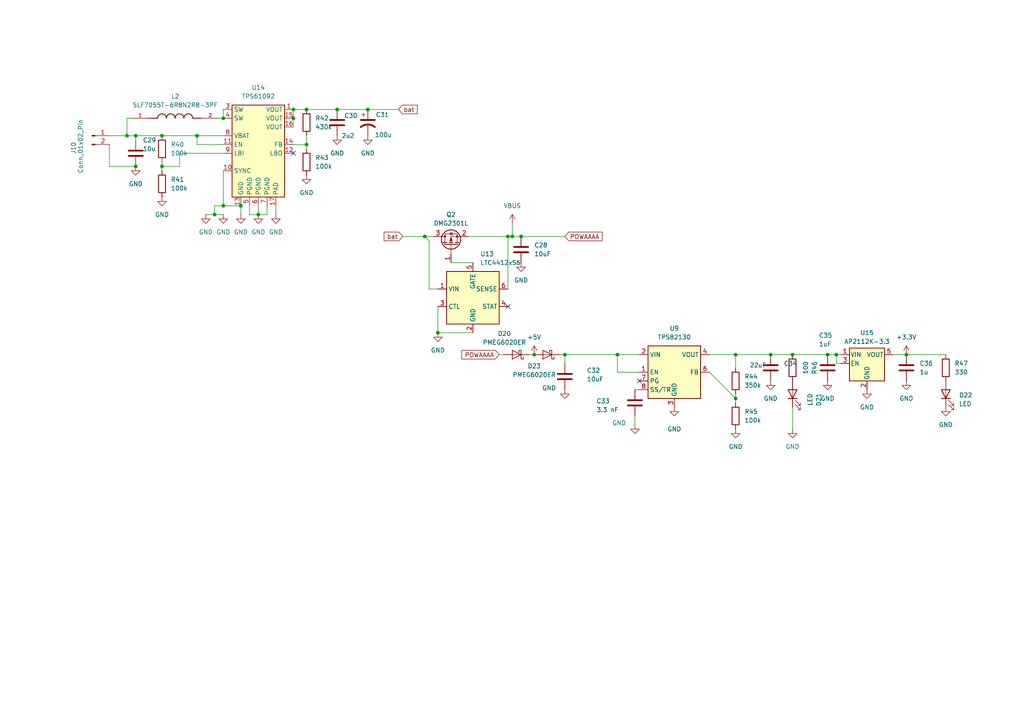
<source format=kicad_sch>
(kicad_sch (version 20250114) (generator "eeschema") (generator_version "9.0")
  (paper "A4")
  (lib_symbols
    (symbol "Connector:Conn_01x02_Pin" (pin_names (offset 1.016) (hide yes))
      (property "Reference" "J" (at 0 2.54 0))
      (property "Value" "Conn_01x02_Pin" (at 0 -5.08 0))
      (symbol "Conn_01x02_Pin_1_1"
        (rectangle (start 0.8636 0.127) (end 0 -0.127) (stroke (width 0.1524)) (fill (type outline)))
        (rectangle (start 0.8636 -2.413) (end 0 -2.667) (stroke (width 0.1524)) (fill (type outline)))
        (polyline (pts (xy 1.27 0) (xy 0.8636 0)) (stroke (width 0.1524)))
        (polyline (pts (xy 1.27 -2.54) (xy 0.8636 -2.54)) (stroke (width 0.1524)))
        (pin passive line (at 5.08 0 180) (length 3.81) (name "Pin_1") (number "1"))
        (pin passive line (at 5.08 -2.54 180) (length 3.81) (name "Pin_2") (number "2"))
      )
    )
    (symbol "Device:C" (pin_numbers (hide yes)) (pin_names (offset 0.254))
      (property "Reference" "C" (at 0.635 2.54 0))
      (property "Value" "C" (at 0.635 -2.54 0))
      (symbol "C_0_1"
        (polyline (pts (xy -2.032 0.762) (xy 2.032 0.762)) (stroke (width 0.508)))
        (polyline (pts (xy -2.032 -0.762) (xy 2.032 -0.762)) (stroke (width 0.508)))
      )
      (symbol "C_1_1"
        (pin passive line (at 0 3.81 270) (length 2.794) (name "~") (number "1"))
        (pin passive line (at 0 -3.81 90) (length 2.794) (name "~") (number "2"))
      )
    )
    (symbol "Device:C_Polarized_US" (pin_numbers (hide yes)) (pin_names (offset 0.254) (hide yes))
      (property "Reference" "C" (at 0.635 2.54 0))
      (property "Value" "C_Polarized_US" (at 0.635 -2.54 0))
      (symbol "C_Polarized_US_0_1"
        (polyline (pts (xy -2.032 0.762) (xy 2.032 0.762)) (stroke (width 0.508)))
        (polyline (pts (xy -1.778 2.286) (xy -0.762 2.286)))
        (polyline (pts (xy -1.27 1.778) (xy -1.27 2.794)))
        (arc (start -2.032 -1.27) (mid 0 -0.5572) (end 2.032 -1.27) (stroke (width 0.508)))
      )
      (symbol "C_Polarized_US_1_1"
        (pin passive line (at 0 3.81 270) (length 2.794) (name "~") (number "1"))
        (pin passive line (at 0 -3.81 90) (length 3.302) (name "~") (number "2"))
      )
    )
    (symbol "Device:LED" (pin_numbers (hide yes)) (pin_names (offset 1.016) (hide yes))
      (property "Reference" "D" (at 0 2.54 0))
      (property "Value" "LED" (at 0 -2.54 0))
      (symbol "LED_0_1"
        (polyline (pts (xy -3.048 -0.762) (xy -4.572 -2.286) (xy -3.81 -2.286) (xy -4.572 -2.286) (xy -4.572 -1.524)))
        (polyline (pts (xy -1.778 -0.762) (xy -3.302 -2.286) (xy -2.54 -2.286) (xy -3.302 -2.286) (xy -3.302 -1.524)))
        (polyline (pts (xy -1.27 0) (xy 1.27 0)))
        (polyline (pts (xy -1.27 -1.27) (xy -1.27 1.27)) (stroke (width 0.254)))
        (polyline (pts (xy 1.27 -1.27) (xy 1.27 1.27) (xy -1.27 0) (xy 1.27 -1.27)) (stroke (width 0.254)))
      )
      (symbol "LED_1_1"
        (pin passive line (at -3.81 0 0) (length 2.54) (name "K") (number "1"))
        (pin passive line (at 3.81 0 180) (length 2.54) (name "A") (number "2"))
      )
    )
    (symbol "Device:R" (pin_numbers (hide yes)) (pin_names (offset 0))
      (property "Reference" "R" (at 2.032 0 90))
      (property "Value" "R" (at 0 0 90))
      (symbol "R_0_1"
        (rectangle (start -1.016 -2.54) (end 1.016 2.54) (stroke (width 0.254)))
      )
      (symbol "R_1_1"
        (pin passive line (at 0 3.81 270) (length 1.27) (name "~") (number "1"))
        (pin passive line (at 0 -3.81 90) (length 1.27) (name "~") (number "2"))
      )
    )
    (symbol "Diode:PMEG6020ER" (pin_numbers (hide yes)) (pin_names (hide yes))
      (property "Reference" "D" (at 0 2.54 0))
      (property "Value" "PMEG6020ER" (at 0 -2.54 0))
      (symbol "PMEG6020ER_0_1"
        (polyline (pts (xy -1.905 0.635) (xy -1.905 1.27) (xy -1.27 1.27) (xy -1.27 -1.27) (xy -0.635 -1.27) (xy -0.635 -0.635)) (stroke (width 0.2032)))
        (polyline (pts (xy 1.27 1.27) (xy 1.27 -1.27) (xy -1.27 0) (xy 1.27 1.27)) (stroke (width 0.2032)))
        (polyline (pts (xy 1.27 0) (xy -1.27 0)))
      )
      (symbol "PMEG6020ER_1_1"
        (pin passive line (at -3.81 0 0) (length 2.54) (name "K") (number "1"))
        (pin passive line (at 3.81 0 180) (length 2.54) (name "A") (number "2"))
      )
    )
    (symbol "Power_Management:LTC4412xS6"
      (property "Reference" "U" (at -6.35 8.89 0))
      (property "Value" "LTC4412xS6" (at 6.35 8.89 0))
      (symbol "LTC4412xS6_0_1"
        (rectangle (start -7.62 7.62) (end 7.62 -7.62) (stroke (width 0.254)) (fill (type background)))
      )
      (symbol "LTC4412xS6_1_1"
        (pin power_in line (at -10.16 2.54 0) (length 2.54) (name "VIN") (number "1"))
        (pin input line (at -10.16 -2.54 0) (length 2.54) (name "CTL") (number "3"))
        (pin output line (at 0 10.16 270) (length 2.54) (name "GATE") (number "5"))
        (pin power_in line (at 0 -10.16 90) (length 2.54) (name "GND") (number "2"))
        (pin input line (at 10.16 2.54 180) (length 2.54) (name "SENSE") (number "6"))
        (pin open_collector line (at 10.16 -2.54 180) (length 2.54) (name "STAT") (number "4"))
      )
    )
    (symbol "Regulator_Linear:AP2112K-3.3" (pin_names (offset 0.254))
      (property "Reference" "U" (at -5.08 5.715 0))
      (property "Value" "AP2112K-3.3" (at 0 5.715 0))
      (symbol "AP2112K-3.3_0_1"
        (rectangle (start -5.08 4.445) (end 5.08 -5.08) (stroke (width 0.254)) (fill (type background)))
      )
      (symbol "AP2112K-3.3_1_1"
        (pin power_in line (at -7.62 2.54 0) (length 2.54) (name "VIN") (number "1"))
        (pin input line (at -7.62 0 0) (length 2.54) (name "EN") (number "3"))
        (pin power_in line (at 0 -7.62 90) (length 2.54) (name "GND") (number "2"))
        (pin no_connect line (at 5.08 0 180) (length 2.54) (hide yes) (name "NC") (number "4"))
        (pin power_out line (at 7.62 2.54 180) (length 2.54) (name "VOUT") (number "5"))
      )
    )
    (symbol "Regulator_Switching:TPS61092"
      (property "Reference" "U" (at -7.62 15.24 0))
      (property "Value" "TPS61092" (at 1.27 15.24 0))
      (symbol "TPS61092_0_0"
        (pin passive line (at -10.16 12.7 0) (length 2.54) (name "SW") (number "3"))
        (pin passive line (at -10.16 10.16 0) (length 2.54) (name "SW") (number "4"))
        (pin power_in line (at -10.16 5.08 0) (length 2.54) (name "VBAT") (number "8"))
        (pin input line (at -10.16 2.54 0) (length 2.54) (name "EN") (number "11"))
        (pin input line (at -10.16 0 0) (length 2.54) (name "LBI") (number "9"))
        (pin input line (at -10.16 -5.08 0) (length 2.54) (name "SYNC") (number "10"))
        (pin power_in line (at -5.08 -15.24 90) (length 2.54) (name "GND") (number "13"))
        (pin power_in line (at -2.54 -15.24 90) (length 2.54) (name "PGND") (number "5"))
        (pin power_in line (at 0 -15.24 90) (length 2.54) (name "PGND") (number "6"))
        (pin power_in line (at 2.54 -15.24 90) (length 2.54) (name "PGND") (number "7"))
        (pin power_in line (at 5.08 -15.24 90) (length 2.54) (name "PAD") (number "17"))
        (pin power_out line (at 10.16 12.7 180) (length 2.54) (name "VOUT") (number "1"))
        (pin passive line (at 10.16 10.16 180) (length 2.54) (name "VOUT") (number "15"))
        (pin passive line (at 10.16 7.62 180) (length 2.54) (name "VOUT") (number "16"))
        (pin input line (at 10.16 2.54 180) (length 2.54) (name "FB") (number "14"))
        (pin open_collector line (at 10.16 0 180) (length 2.54) (name "LBO") (number "12"))
        (pin no_connect line (at 10.16 -5.08 180) (length 2.54) (hide yes) (name "NC") (number "2"))
      )
      (symbol "TPS61092_0_1"
        (rectangle (start -7.62 13.97) (end 7.62 -12.7) (stroke (width 0.254)) (fill (type background)))
      )
    )
    (symbol "Regulator_Switching:TPS82130"
      (property "Reference" "U" (at 1.27 11.43 0))
      (property "Value" "TPS82130" (at 5.08 8.89 0))
      (symbol "TPS82130_0_1"
        (rectangle (start -7.62 7.62) (end 7.62 -7.62) (stroke (width 0.254)) (fill (type background)))
      )
      (symbol "TPS82130_1_1"
        (pin power_in line (at -10.16 5.08 0) (length 2.54) (name "VIN") (number "2"))
        (pin input line (at -10.16 0 0) (length 2.54) (name "EN") (number "1"))
        (pin open_collector line (at -10.16 -2.54 0) (length 2.54) (name "PG") (number "7"))
        (pin input line (at -10.16 -5.08 0) (length 2.54) (name "SS/TR") (number "8"))
        (pin power_in line (at 0 -10.16 90) (length 2.54) (name "GND") (number "3"))
        (pin passive line (at 0 -10.16 90) (length 2.54) (hide yes) (name "GND") (number "9"))
        (pin power_out line (at 10.16 5.08 180) (length 2.54) (name "VOUT") (number "4"))
        (pin passive line (at 10.16 5.08 180) (length 2.54) (hide yes) (name "VOUT") (number "5"))
        (pin input line (at 10.16 0 180) (length 2.54) (name "FB") (number "6"))
      )
    )
    (symbol "SLF7055T-6R8N2R8-3PF[1]:SLF7055T-6R8N2R8-3PF" (pin_names (offset 1.016))
      (property "Reference" "L" (at -10.16 5.08 0))
      (property "Value" "SLF7055T-6R8N2R8-3PF" (at -10.16 -5.08 0))
      (symbol "SLF7055T-6R8N2R8-3PF_0_0"
        (polyline (pts (xy -5.08 0) (xy -7.62 0)) (stroke (width 0.254)))
        (arc (start -5.08 0) (mid -3.81 1.2645) (end -2.54 0) (stroke (width 0.254)))
        (arc (start -2.54 0) (mid -1.27 1.2645) (end 0 0) (stroke (width 0.254)))
        (arc (start 0 0) (mid 1.27 1.2645) (end 2.54 0) (stroke (width 0.254)))
        (arc (start 2.54 0) (mid 3.81 1.2645) (end 5.08 0) (stroke (width 0.254)))
        (polyline (pts (xy 5.08 0) (xy 7.62 0)) (stroke (width 0.254)))
        (pin passive line (at -12.7 0 0) (length 5.08) (name "~") (number "1"))
        (pin passive line (at 12.7 0 180) (length 5.08) (name "~") (number "2"))
      )
    )
    (symbol "Transistor_FET:DMG2301L" (pin_names (hide yes))
      (property "Reference" "Q" (at 5.08 1.905 0))
      (property "Value" "DMG2301L" (at 5.08 0 0))
      (symbol "DMG2301L_0_1"
        (polyline (pts (xy 0.254 1.905) (xy 0.254 -1.905)) (stroke (width 0.254)))
        (polyline (pts (xy 0.254 0) (xy -2.54 0)))
        (polyline (pts (xy 0.762 2.286) (xy 0.762 1.27)) (stroke (width 0.254)))
        (polyline (pts (xy 0.762 1.778) (xy 3.302 1.778) (xy 3.302 -1.778) (xy 0.762 -1.778)))
        (polyline (pts (xy 0.762 0.508) (xy 0.762 -0.508)) (stroke (width 0.254)))
        (polyline (pts (xy 0.762 -1.27) (xy 0.762 -2.286)) (stroke (width 0.254)))
        (circle (center 1.651 0) (radius 2.794) (stroke (width 0.254)))
        (polyline (pts (xy 2.286 0) (xy 1.27 0.381) (xy 1.27 -0.381) (xy 2.286 0)) (fill (type outline)))
        (polyline (pts (xy 2.54 2.54) (xy 2.54 1.778)))
        (circle (center 2.54 1.778) (radius 0.254) (fill (type outline)))
        (circle (center 2.54 -1.778) (radius 0.254) (fill (type outline)))
        (polyline (pts (xy 2.54 -2.54) (xy 2.54 0) (xy 0.762 0)))
        (polyline (pts (xy 2.794 -0.508) (xy 2.921 -0.381) (xy 3.683 -0.381) (xy 3.81 -0.254)))
        (polyline (pts (xy 3.302 -0.381) (xy 2.921 0.254) (xy 3.683 0.254) (xy 3.302 -0.381)))
      )
      (symbol "DMG2301L_1_1"
        (pin input line (at -5.08 0 0) (length 2.54) (name "G") (number "1"))
        (pin passive line (at 2.54 5.08 270) (length 2.54) (name "D") (number "3"))
        (pin passive line (at 2.54 -5.08 90) (length 2.54) (name "S") (number "2"))
      )
    )
    (symbol "power:+3.3V" (power) (pin_numbers (hide yes)) (pin_names (offset 0) (hide yes))
      (property "Value" "+3.3V" (at 0 3.556 0))
      (symbol "+3.3V_0_1"
        (polyline (pts (xy -0.762 1.27) (xy 0 2.54)))
        (polyline (pts (xy 0 2.54) (xy 0.762 1.27)))
        (polyline (pts (xy 0 0) (xy 0 2.54)))
      )
      (symbol "+3.3V_1_1"
        (pin power_in line (at 0 0 90) (length 0) (name "~") (number "1"))
      )
    )
    (symbol "power:+5V" (power) (pin_numbers (hide yes)) (pin_names (offset 0) (hide yes))
      (property "Value" "+5V" (at 0 3.556 0))
      (symbol "+5V_0_1"
        (polyline (pts (xy -0.762 1.27) (xy 0 2.54)))
        (polyline (pts (xy 0 2.54) (xy 0.762 1.27)))
        (polyline (pts (xy 0 0) (xy 0 2.54)))
      )
      (symbol "+5V_1_1"
        (pin power_in line (at 0 0 90) (length 0) (name "~") (number "1"))
      )
    )
    (symbol "power:GND" (power) (pin_numbers (hide yes)) (pin_names (offset 0) (hide yes))
      (property "Value" "GND" (at 0 -3.81 0))
      (symbol "GND_0_1"
        (polyline (pts (xy 0 0) (xy 0 -1.27) (xy 1.27 -1.27) (xy 0 -2.54) (xy -1.27 -1.27) (xy 0 -1.27)))
      )
      (symbol "GND_1_1"
        (pin power_in line (at 0 0 270) (length 0) (name "~") (number "1"))
      )
    )
    (symbol "power:VBUS" (power) (pin_numbers (hide yes)) (pin_names (offset 0) (hide yes))
      (property "Value" "VBUS" (at 0 3.556 0))
      (symbol "VBUS_0_1"
        (polyline (pts (xy -0.762 1.27) (xy 0 2.54)))
        (polyline (pts (xy 0 2.54) (xy 0.762 1.27)))
        (polyline (pts (xy 0 0) (xy 0 2.54)))
      )
      (symbol "VBUS_1_1"
        (pin power_in line (at 0 0 90) (length 0) (name "~") (number "1"))
      )
    )
  )
  (junction (at 97.79 31.75))
  (junction (at 46.99 48.26))
  (junction (at 213.36 102.87))
  (junction (at 36.83 39.37))
  (junction (at 179.07 102.87))
  (junction (at 127 96.52))
  (junction (at 242.57 102.87))
  (junction (at 106.68 31.75))
  (junction (at 85.09 31.75))
  (junction (at 62.23 62.23))
  (junction (at 46.99 39.37))
  (junction (at 229.87 102.87))
  (junction (at 39.37 39.37))
  (junction (at 88.9 31.75))
  (junction (at 123.19 68.58))
  (junction (at 74.93 62.23))
  (junction (at 88.9 41.91))
  (junction (at 69.85 59.69))
  (junction (at 240.03 102.87))
  (junction (at 154.94 102.87))
  (junction (at 57.15 39.37))
  (junction (at 151.13 68.58))
  (junction (at 85.09 34.29))
  (junction (at 213.36 115.57))
  (junction (at 223.52 102.87))
  (junction (at 64.77 59.69))
  (junction (at 262.89 102.87))
  (junction (at 163.83 102.87))
  (junction (at 147.32 68.58))
  (junction (at 39.37 48.26))
  (junction (at 64.77 34.29))
  (junction (at 148.59 68.58))
  (no_connect (at 147.32 88.9))
  (no_connect (at 185.42 110.49))
  (no_connect (at 85.09 44.45))
  (wire (pts (xy 80.01 62.23) (xy 80.01 59.69)))
  (wire (pts (xy 213.36 106.68) (xy 213.36 102.87)))
  (wire (pts (xy 39.37 39.37) (xy 46.99 39.37)))
  (wire (pts (xy 213.36 102.87) (xy 223.52 102.87)))
  (wire (pts (xy 153.67 102.87) (xy 154.94 102.87)))
  (wire (pts (xy 163.83 105.41) (xy 163.83 102.87)))
  (wire (pts (xy 62.23 59.69) (xy 64.77 59.69)))
  (wire (pts (xy 205.74 102.87) (xy 213.36 102.87)))
  (wire (pts (xy 36.83 34.29) (xy 36.83 39.37)))
  (wire (pts (xy 259.08 102.87) (xy 262.89 102.87)))
  (wire (pts (xy 88.9 43.18) (xy 88.9 41.91)))
  (wire (pts (xy 130.81 76.2) (xy 137.16 76.2)))
  (wire (pts (xy 52.07 44.45) (xy 52.07 48.26)))
  (wire (pts (xy 127 96.52) (xy 137.16 96.52)))
  (wire (pts (xy 184.15 113.03) (xy 185.42 113.03)))
  (wire (pts (xy 77.47 62.23) (xy 77.47 59.69)))
  (wire (pts (xy 106.68 31.75) (xy 115.57 31.75)))
  (wire (pts (xy 64.77 59.69) (xy 69.85 59.69)))
  (wire (pts (xy 184.15 120.65) (xy 184.15 123.19)))
  (wire (pts (xy 85.09 34.29) (xy 85.09 36.83)))
  (wire (pts (xy 262.89 102.87) (xy 274.32 102.87)))
  (wire (pts (xy 31.75 41.91) (xy 31.75 48.26)))
  (wire (pts (xy 97.79 31.75) (xy 88.9 31.75)))
  (wire (pts (xy 64.77 49.53) (xy 64.77 59.69)))
  (wire (pts (xy 124.46 83.82) (xy 127 83.82)))
  (wire (pts (xy 116.84 68.58) (xy 123.19 68.58)))
  (wire (pts (xy 39.37 39.37) (xy 39.37 40.64)))
  (wire (pts (xy 59.69 62.23) (xy 62.23 62.23)))
  (wire (pts (xy 242.57 102.87) (xy 243.84 102.87)))
  (wire (pts (xy 88.9 41.91) (xy 88.9 39.37)))
  (wire (pts (xy 123.19 68.58) (xy 125.73 68.58)))
  (wire (pts (xy 69.85 62.23) (xy 69.85 59.69)))
  (wire (pts (xy 162.56 102.87) (xy 163.83 102.87)))
  (wire (pts (xy 213.36 114.3) (xy 213.36 115.57)))
  (wire (pts (xy 88.9 31.75) (xy 85.09 31.75)))
  (wire (pts (xy 106.68 31.75) (xy 97.79 31.75)))
  (wire (pts (xy 127 96.52) (xy 127 88.9)))
  (wire (pts (xy 64.77 31.75) (xy 64.77 34.29)))
  (wire (pts (xy 229.87 118.11) (xy 229.87 124.46)))
  (wire (pts (xy 31.75 39.37) (xy 36.83 39.37)))
  (wire (pts (xy 36.83 39.37) (xy 39.37 39.37)))
  (wire (pts (xy 229.87 102.87) (xy 240.03 102.87)))
  (wire (pts (xy 223.52 102.87) (xy 229.87 102.87)))
  (wire (pts (xy 163.83 102.87) (xy 179.07 102.87)))
  (wire (pts (xy 46.99 49.53) (xy 46.99 48.26)))
  (wire (pts (xy 135.89 68.58) (xy 147.32 68.58)))
  (wire (pts (xy 242.57 105.41) (xy 242.57 102.87)))
  (wire (pts (xy 31.75 48.26) (xy 39.37 48.26)))
  (wire (pts (xy 74.93 59.69) (xy 74.93 62.23)))
  (wire (pts (xy 57.15 39.37) (xy 64.77 39.37)))
  (wire (pts (xy 46.99 48.26) (xy 46.99 46.99)))
  (wire (pts (xy 213.36 116.84) (xy 213.36 115.57)))
  (wire (pts (xy 240.03 102.87) (xy 242.57 102.87)))
  (wire (pts (xy 74.93 62.23) (xy 77.47 62.23)))
  (wire (pts (xy 57.15 41.91) (xy 64.77 41.91)))
  (wire (pts (xy 205.74 107.95) (xy 213.36 115.57)))
  (wire (pts (xy 36.83 34.29) (xy 38.1 34.29)))
  (wire (pts (xy 151.13 68.58) (xy 163.83 68.58)))
  (wire (pts (xy 124.46 69.85) (xy 123.19 68.58)))
  (wire (pts (xy 62.23 59.69) (xy 62.23 62.23)))
  (wire (pts (xy 62.23 62.23) (xy 64.77 62.23)))
  (wire (pts (xy 64.77 44.45) (xy 52.07 44.45)))
  (wire (pts (xy 63.5 34.29) (xy 64.77 34.29)))
  (wire (pts (xy 85.09 41.91) (xy 88.9 41.91)))
  (wire (pts (xy 72.39 59.69) (xy 72.39 62.23)))
  (wire (pts (xy 46.99 48.26) (xy 52.07 48.26)))
  (wire (pts (xy 185.42 107.95) (xy 179.07 107.95)))
  (wire (pts (xy 179.07 102.87) (xy 185.42 102.87)))
  (wire (pts (xy 85.09 31.75) (xy 85.09 34.29)))
  (wire (pts (xy 147.32 68.58) (xy 148.59 68.58)))
  (wire (pts (xy 72.39 62.23) (xy 74.93 62.23)))
  (wire (pts (xy 148.59 64.77) (xy 148.59 68.58)))
  (wire (pts (xy 46.99 39.37) (xy 57.15 39.37)))
  (wire (pts (xy 148.59 68.58) (xy 151.13 68.58)))
  (wire (pts (xy 146.05 102.87) (xy 144.78 102.87)))
  (wire (pts (xy 179.07 107.95) (xy 179.07 102.87)))
  (wire (pts (xy 124.46 83.82) (xy 124.46 69.85)))
  (wire (pts (xy 243.84 105.41) (xy 242.57 105.41)))
  (wire (pts (xy 57.15 39.37) (xy 57.15 41.91)))
  (wire (pts (xy 147.32 68.58) (xy 147.32 83.82)))
  (global_label "bat" (shape input) (at 116.84 68.58 180) (property "Intersheetrefs" "${INTERSHEET_REFS}" (effects (hide yes))))
  (global_label "POWAAAA" (shape input) (at 144.78 102.87 180) (property "Intersheetrefs" "${INTERSHEET_REFS}" (effects (hide yes))))
  (global_label "POWAAAA" (shape input) (at 163.83 68.58 0) (property "Intersheetrefs" "${INTERSHEET_REFS}" (effects (hide yes))))
  (global_label "bat" (shape input) (at 115.57 31.75 0) (property "Intersheetrefs" "${INTERSHEET_REFS}" (effects (hide yes))))
  (symbol (lib_id "Regulator_Linear:AP2112K-3.3") (at 251.46 105.41 0) (unit 1)
    (property "Reference" "U15" (at 251.46 96.52 0))
    (property "Value" "AP2112K-3.3" (at 251.46 99.06 0))
    (property "Footprint" "Package_TO_SOT_SMD:SOT-23-5" (effects (hide yes)))
    (property "Datasheet" "https://www.diodes.com/assets/Datasheets/AP2112.pdf" (effects (hide yes)))
    (property "Description" "600mA low dropout linear regulator, with enable pin, 3.8V-6V input voltage range, 3.3V fixed positive output, SOT-23-5" (effects (hide yes)))
  )
  (symbol (lib_id "power:GND") (at 163.83 113.03 0) (unit 1)
    (property "Reference" "#PWR0143" (effects (hide yes)))
    (property "Value" "GND" (at 159.258 112.522 0))
    (property "Description" "Power symbol creates a global label with name \"GND\" , ground" (effects (hide yes)))
  )
  (symbol (lib_id "Device:LED") (at 274.32 114.3 90) (unit 1)
    (property "Reference" "D22" (at 278.13 114.6174 90) (effects (justify right)))
    (property "Value" "LED" (at 278.13 117.1574 90) (effects (justify right)))
    (property "Footprint" "LED_SMD:LED_0603_1608Metric" (effects (hide yes)))
    (property "Description" "Light emitting diode" (effects (hide yes)))
    (property "Sim.Pins" "1=K 2=A" (effects (hide yes)))
  )
  (symbol (lib_id "Device:C") (at 151.13 72.39 0) (unit 1)
    (property "Reference" "C28" (at 154.94 71.1199 0) (effects (justify left)))
    (property "Value" "10uF" (at 154.94 73.6599 0) (effects (justify left)))
    (property "Footprint" "Capacitor_SMD:C_0603_1608Metric" (effects (hide yes)))
    (property "Description" "Unpolarized capacitor" (effects (hide yes)))
  )
  (symbol (lib_id "Device:R") (at 46.99 43.18 0) (unit 1)
    (property "Reference" "R40" (at 49.53 41.9099 0) (effects (justify left)))
    (property "Value" "100k" (at 49.53 44.4499 0) (effects (justify left)))
    (property "Footprint" "Resistor_SMD:R_0603_1608Metric" (effects (hide yes)))
    (property "Description" "Resistor" (effects (hide yes)))
  )
  (symbol (lib_id "Diode:PMEG6020ER") (at 158.75 102.87 180) (unit 1)
    (property "Reference" "D23" (at 154.94 106.172 0))
    (property "Value" "PMEG6020ER" (at 154.94 108.712 0))
    (property "Footprint" "Diode_SMD:Nexperia_CFP3_SOD-123W" (effects (hide yes)))
    (property "Datasheet" "https://assets.nexperia.com/documents/data-sheet/PMEG6020ER.pdf" (effects (hide yes)))
    (property "Description" "60V, 2A low Vf MEGA Schottky barrier rectifier, SOD-123W" (effects (hide yes)))
  )
  (symbol (lib_id "power:GND") (at 69.85 62.23 0) (unit 1)
    (property "Reference" "#PWR0130" (effects (hide yes)))
    (property "Value" "GND" (at 69.85 67.31 0))
    (property "Description" "Power symbol creates a global label with name \"GND\" , ground" (effects (hide yes)))
  )
  (symbol (lib_id "power:GND") (at 59.69 62.23 0) (unit 1)
    (property "Reference" "#PWR039" (effects (hide yes)))
    (property "Value" "GND" (at 59.69 67.31 0))
    (property "Description" "Power symbol creates a global label with name \"GND\" , ground" (effects (hide yes)))
  )
  (symbol (lib_id "power:GND") (at 184.15 123.19 0) (unit 1)
    (property "Reference" "#PWR0201" (effects (hide yes)))
    (property "Value" "GND" (at 179.578 122.682 0))
    (property "Description" "Power symbol creates a global label with name \"GND\" , ground" (effects (hide yes)))
  )
  (symbol (lib_id "Device:R") (at 213.36 120.65 0) (unit 1)
    (property "Reference" "R45" (at 215.9 119.3799 0) (effects (justify left)))
    (property "Value" "100k" (at 215.9 121.9199 0) (effects (justify left)))
    (property "Footprint" "Resistor_SMD:R_0603_1608Metric" (effects (hide yes)))
    (property "Description" "Resistor" (effects (hide yes)))
  )
  (symbol (lib_id "Device:R") (at 213.36 110.49 0) (unit 1)
    (property "Reference" "R44" (at 215.9 109.2199 0) (effects (justify left)))
    (property "Value" "350k" (at 215.9 111.7599 0) (effects (justify left)))
    (property "Footprint" "Resistor_SMD:R_0603_1608Metric" (effects (hide yes)))
    (property "Description" "Resistor" (effects (hide yes)))
  )
  (symbol (lib_id "Power_Management:LTC4412xS6") (at 137.16 86.36 0) (unit 1)
    (property "Reference" "U13" (at 139.3033 73.66 0) (effects (justify left)))
    (property "Value" "LTC4412xS6" (at 139.3033 76.2 0) (effects (justify left)))
    (property "Footprint" "Package_TO_SOT_SMD:TSOT-23-6" (effects (hide yes)))
    (property "Datasheet" "https://www.analog.com/media/en/technical-documentation/data-sheets/4412fb.pdf" (effects (hide yes)))
    (property "Description" "Low Loss PowerPath Controller, TSOT-23-6" (effects (hide yes)))
  )
  (symbol (lib_id "power:GND") (at 39.37 48.26 0) (unit 1)
    (property "Reference" "#PWR037" (effects (hide yes)))
    (property "Value" "GND" (at 39.37 53.34 0))
    (property "Description" "Power symbol creates a global label with name \"GND\" , ground" (effects (hide yes)))
  )
  (symbol (lib_id "power:+5V") (at 154.94 102.87 0) (unit 1)
    (property "Reference" "#PWR07" (effects (hide yes)))
    (property "Value" "+5V" (at 154.94 97.79 0))
    (property "Description" "Power symbol creates a global label with name \"+5V\"" (effects (hide yes)))
  )
  (symbol (lib_id "Device:R") (at 88.9 46.99 0) (unit 1)
    (property "Reference" "R43" (at 91.44 45.7199 0) (effects (justify left)))
    (property "Value" "100k" (at 91.44 48.2599 0) (effects (justify left)))
    (property "Footprint" "Resistor_SMD:R_0603_1608Metric" (effects (hide yes)))
    (property "Description" "Resistor" (effects (hide yes)))
  )
  (symbol (lib_id "power:GND") (at 127 96.52 0) (unit 1)
    (property "Reference" "#PWR035" (effects (hide yes)))
    (property "Value" "GND" (at 127 101.6 0))
    (property "Description" "Power symbol creates a global label with name \"GND\" , ground" (effects (hide yes)))
  )
  (symbol (lib_id "power:GND") (at 97.79 39.37 0) (unit 1)
    (property "Reference" "#PWR0138" (effects (hide yes)))
    (property "Value" "GND" (at 97.79 44.45 0))
    (property "Description" "Power symbol creates a global label with name \"GND\" , ground" (effects (hide yes)))
  )
  (symbol (lib_id "Diode:PMEG6020ER") (at 149.86 102.87 180) (unit 1)
    (property "Reference" "D20" (at 146.304 96.774 0))
    (property "Value" "PMEG6020ER" (at 146.304 99.314 0))
    (property "Footprint" "Diode_SMD:Nexperia_CFP3_SOD-123W" (effects (hide yes)))
    (property "Datasheet" "https://assets.nexperia.com/documents/data-sheet/PMEG6020ER.pdf" (effects (hide yes)))
    (property "Description" "60V, 2A low Vf MEGA Schottky barrier rectifier, SOD-123W" (effects (hide yes)))
  )
  (symbol (lib_id "power:GND") (at 64.77 62.23 0) (unit 1)
    (property "Reference" "#PWR040" (effects (hide yes)))
    (property "Value" "GND" (at 64.77 67.31 0))
    (property "Description" "Power symbol creates a global label with name \"GND\" , ground" (effects (hide yes)))
  )
  (symbol (lib_id "power:GND") (at 240.03 110.49 0) (unit 1)
    (property "Reference" "#PWR043" (effects (hide yes)))
    (property "Value" "GND" (at 240.03 115.57 0))
    (property "Description" "Power symbol creates a global label with name \"GND\" , ground" (effects (hide yes)))
  )
  (symbol (lib_id "power:GND") (at 106.68 39.37 0) (unit 1)
    (property "Reference" "#PWR0139" (effects (hide yes)))
    (property "Value" "GND" (at 106.68 44.45 0))
    (property "Description" "Power symbol creates a global label with name \"GND\" , ground" (effects (hide yes)))
  )
  (symbol (lib_id "power:GND") (at 80.01 62.23 0) (unit 1)
    (property "Reference" "#PWR0136" (effects (hide yes)))
    (property "Value" "GND" (at 80.01 67.31 0))
    (property "Description" "Power symbol creates a global label with name \"GND\" , ground" (effects (hide yes)))
  )
  (symbol (lib_id "SLF7055T-6R8N2R8-3PF[1]:SLF7055T-6R8N2R8-3PF") (at 50.8 34.29 0) (unit 1)
    (property "Reference" "L2" (at 50.8 27.94 0))
    (property "Value" "SLF7055T-6R8N2R8-3PF" (at 50.8 30.48 0))
    (property "Footprint" "Inductor_SMD:L_7.3x7.3_H4.5" (effects (hide yes)))
    (property "MF" "TDK" (effects (hide yes)))
    (property "MAXIMUM_PACKAGE_HEIGHT" "5.8 mm" (effects (hide yes)))
    (property "Package" "NON STANDARD-2 TDK" (effects (hide yes)))
    (property "Price" "None" (effects (hide yes)))
    (property "Check_prices" "https://www.snapeda.com/parts/SLF7055T-6R8N2R8-3PF/TDK/view-part/?ref=eda" (effects (hide yes)))
    (property "STANDARD" "Manufacturer Recommendations" (effects (hide yes)))
    (property "PARTREV" "N/A" (effects (hide yes)))
    (property "SnapEDA_Link" "https://www.snapeda.com/parts/SLF7055T-6R8N2R8-3PF/TDK/view-part/?ref=snap" (effects (hide yes)))
    (property "MP" "SLF7055T-6R8N2R8-3PF" (effects (hide yes)))
    (property "Description_1" "Inductor Power Shielded Wirewound 6.8uH 30% 100KHz Ferrite 2.8A 44.2mOhm DCR T/R" (effects (hide yes)))
    (property "Availability" "In Stock" (effects (hide yes)))
    (property "MANUFACTURER" "TDK" (effects (hide yes)))
  )
  (symbol (lib_id "power:VBUS") (at 148.59 64.77 0) (unit 1)
    (property "Reference" "#PWR01" (effects (hide yes)))
    (property "Value" "VBUS" (at 148.59 59.69 0))
    (property "Description" "Power symbol creates a global label with name \"VBUS\"" (effects (hide yes)))
  )
  (symbol (lib_id "power:GND") (at 274.32 118.11 0) (unit 1)
    (property "Reference" "#PWR0207" (effects (hide yes)))
    (property "Value" "GND" (at 274.32 123.19 0))
    (property "Description" "Power symbol creates a global label with name \"GND\" , ground" (effects (hide yes)))
  )
  (symbol (lib_id "Regulator_Switching:TPS61092") (at 74.93 44.45 0) (unit 1)
    (property "Reference" "U14" (at 74.93 25.4 0))
    (property "Value" "TPS61092" (at 74.93 27.94 0))
    (property "Footprint" "Package_DFN_QFN:Texas_RSA_VQFN-16-1EP_4x4mm_P0.65mm_EP2.7x2.7mm_ThermalVias" (effects (hide yes)))
    (property "Datasheet" "http://www.ti.com/lit/ds/symlink/tps61090.pdf" (effects (hide yes)))
    (property "Description" "2A Step-Up DC-DC Converter for Batteries, Isw up to 2500mA, 5V Output Voltage, QFN-16" (effects (hide yes)))
  )
  (symbol (lib_id "Device:C") (at 39.37 44.45 0) (unit 1)
    (property "Reference" "C29" (at 41.402 40.64 0) (effects (justify left)))
    (property "Value" "10u" (at 41.402 43.18 0) (effects (justify left)))
    (property "Footprint" "Capacitor_SMD:C_0603_1608Metric" (effects (hide yes)))
    (property "Description" "Unpolarized capacitor" (effects (hide yes)))
  )
  (symbol (lib_id "power:+3.3V") (at 262.89 102.87 0) (mirror y) (unit 1)
    (property "Reference" "#PWR0205" (effects (hide yes)))
    (property "Value" "+3.3V" (at 262.89 97.79 0))
    (property "Description" "Power symbol creates a global label with name \"+3.3V\"" (effects (hide yes)))
  )
  (symbol (lib_id "Device:R") (at 274.32 106.68 0) (unit 1)
    (property "Reference" "R47" (at 276.86 105.4099 0) (effects (justify left)))
    (property "Value" "330" (at 276.86 107.9499 0) (effects (justify left)))
    (property "Footprint" "Resistor_SMD:R_0603_1608Metric" (effects (hide yes)))
    (property "Description" "Resistor" (effects (hide yes)))
  )
  (symbol (lib_id "Device:C") (at 163.83 109.22 0) (unit 1)
    (property "Reference" "C32" (at 170.18 107.442 0) (effects (justify left)))
    (property "Value" "10uF" (at 170.18 109.982 0) (effects (justify left)))
    (property "Footprint" "Capacitor_SMD:C_0603_1608Metric" (effects (hide yes)))
    (property "Description" "Unpolarized capacitor" (effects (hide yes)))
  )
  (symbol (lib_id "power:GND") (at 223.52 110.49 0) (unit 1)
    (property "Reference" "#PWR0203" (effects (hide yes)))
    (property "Value" "GND" (at 223.52 115.57 0))
    (property "Description" "Power symbol creates a global label with name \"GND\" , ground" (effects (hide yes)))
  )
  (symbol (lib_id "Device:C") (at 184.15 116.84 0) (unit 1)
    (property "Reference" "C33" (at 172.974 116.332 0) (effects (justify left)))
    (property "Value" "3.3 nF" (at 172.974 118.872 0) (effects (justify left)))
    (property "Footprint" "Capacitor_SMD:C_0603_1608Metric" (effects (hide yes)))
    (property "Description" "Unpolarized capacitor" (effects (hide yes)))
  )
  (symbol (lib_id "Device:C") (at 240.03 106.68 0) (unit 1)
    (property "Reference" "C35" (at 237.49 97.282 0) (effects (justify left)))
    (property "Value" "1uF" (at 237.49 99.822 0) (effects (justify left)))
    (property "Footprint" "Capacitor_SMD:C_0603_1608Metric" (effects (hide yes)))
    (property "Description" "Unpolarized capacitor" (effects (hide yes)))
  )
  (symbol (lib_id "power:GND") (at 195.58 118.11 0) (unit 1)
    (property "Reference" "#PWR041" (effects (hide yes)))
    (property "Value" "GND" (at 195.58 124.46 0))
    (property "Description" "Power symbol creates a global label with name \"GND\" , ground" (effects (hide yes)))
  )
  (symbol (lib_id "Device:LED") (at 229.87 114.3 90) (unit 1)
    (property "Reference" "D21" (at 237.49 115.8875 0))
    (property "Value" "LED" (at 234.95 115.8875 0))
    (property "Footprint" "LED_SMD:LED_0603_1608Metric" (effects (hide yes)))
    (property "Description" "Light emitting diode" (effects (hide yes)))
    (property "Sim.Pins" "1=K 2=A" (effects (hide yes)))
  )
  (symbol (lib_id "Device:C_Polarized_US") (at 106.68 35.56 0) (unit 1)
    (property "Reference" "C31" (at 108.966 33.274 0) (effects (justify left)))
    (property "Value" "100u" (at 108.712 39.116 0) (effects (justify left)))
    (property "Footprint" "Capacitor_SMD:C_0603_1608Metric" (effects (hide yes)))
    (property "Description" "Polarized capacitor, US symbol" (effects (hide yes)))
  )
  (symbol (lib_id "power:GND") (at 229.87 124.46 0) (unit 1)
    (property "Reference" "#PWR042" (effects (hide yes)))
    (property "Value" "GND" (at 229.87 129.54 0))
    (property "Description" "Power symbol creates a global label with name \"GND\" , ground" (effects (hide yes)))
  )
  (symbol (lib_id "Device:C") (at 97.79 35.56 0) (unit 1)
    (property "Reference" "C30" (at 99.822 33.528 0) (effects (justify left)))
    (property "Value" "2u2" (at 99.06 39.37 0) (effects (justify left)))
    (property "Footprint" "Capacitor_SMD:C_0603_1608Metric" (effects (hide yes)))
    (property "Description" "Unpolarized capacitor" (effects (hide yes)))
  )
  (symbol (lib_id "Device:R") (at 88.9 35.56 0) (unit 1)
    (property "Reference" "R42" (at 91.44 34.2899 0) (effects (justify left)))
    (property "Value" "430k" (at 91.44 36.8299 0) (effects (justify left)))
    (property "Footprint" "Resistor_SMD:R_0603_1608Metric" (effects (hide yes)))
    (property "Description" "Resistor" (effects (hide yes)))
  )
  (symbol (lib_id "Connector:Conn_01x02_Pin") (at 26.67 39.37 0) (unit 1)
    (property "Reference" "J10" (at 21.336 42.926 90))
    (property "Value" "Conn_01x02_Pin" (at 23.368 42.418 90))
    (property "Footprint" "Connector_JST:JST_PH_B2B-PH-K_1x02_P2.00mm_Vertical" (effects (hide yes)))
    (property "Description" "Generic connector, single row, 01x02, script generated" (effects (hide yes)))
  )
  (symbol (lib_id "power:GND") (at 151.13 76.2 0) (unit 1)
    (property "Reference" "#PWR036" (effects (hide yes)))
    (property "Value" "GND" (at 151.13 81.28 0))
    (property "Description" "Power symbol creates a global label with name \"GND\" , ground" (effects (hide yes)))
  )
  (symbol (lib_id "Device:C") (at 223.52 106.68 0) (unit 1)
    (property "Reference" "C34" (at 227.33 105.4099 0) (effects (justify left)))
    (property "Value" "22uF" (at 217.424 105.918 0) (effects (justify left)))
    (property "Footprint" "Capacitor_SMD:C_0603_1608Metric" (effects (hide yes)))
    (property "Description" "Unpolarized capacitor" (effects (hide yes)))
  )
  (symbol (lib_id "power:GND") (at 251.46 113.03 0) (unit 1)
    (property "Reference" "#PWR0204" (effects (hide yes)))
    (property "Value" "GND" (at 251.46 118.11 0))
    (property "Description" "Power symbol creates a global label with name \"GND\" , ground" (effects (hide yes)))
  )
  (symbol (lib_id "power:GND") (at 213.36 124.46 0) (unit 1)
    (property "Reference" "#PWR0202" (effects (hide yes)))
    (property "Value" "GND" (at 213.36 129.54 0))
    (property "Description" "Power symbol creates a global label with name \"GND\" , ground" (effects (hide yes)))
  )
  (symbol (lib_id "Regulator_Switching:TPS82130") (at 195.58 107.95 0) (unit 1)
    (property "Reference" "U9" (at 195.58 95.25 0))
    (property "Value" "TPS82130" (at 195.58 97.79 0))
    (property "Footprint" "Package_LGA:Texas_SIL0008D_MicroSiP-8-1EP_2.8x3mm_P0.65mm_EP1.1x1.9mm_ThermalVias" (effects (hide yes)))
    (property "Datasheet" "http://www.ti.com/lit/ds/symlink/tps82130.pdf" (effects (hide yes)))
    (property "Description" "17V Input 3A Step-Down Converter MicroSiP Module with Integrated Inductor, μSiL-8" (effects (hide yes)))
  )
  (symbol (lib_id "power:GND") (at 262.89 110.49 0) (unit 1)
    (property "Reference" "#PWR0206" (effects (hide yes)))
    (property "Value" "GND" (at 262.89 115.57 0))
    (property "Description" "Power symbol creates a global label with name \"GND\" , ground" (effects (hide yes)))
  )
  (symbol (lib_id "power:GND") (at 88.9 50.8 0) (unit 1)
    (property "Reference" "#PWR0137" (effects (hide yes)))
    (property "Value" "GND" (at 88.9 55.88 0))
    (property "Description" "Power symbol creates a global label with name \"GND\" , ground" (effects (hide yes)))
  )
  (symbol (lib_id "power:GND") (at 74.93 62.23 0) (unit 1)
    (property "Reference" "#PWR0133" (effects (hide yes)))
    (property "Value" "GND" (at 74.93 67.31 0))
    (property "Description" "Power symbol creates a global label with name \"GND\" , ground" (effects (hide yes)))
  )
  (symbol (lib_id "Device:R") (at 46.99 53.34 0) (unit 1)
    (property "Reference" "R41" (at 49.53 52.0699 0) (effects (justify left)))
    (property "Value" "100k" (at 49.53 54.6099 0) (effects (justify left)))
    (property "Footprint" "Resistor_SMD:R_0603_1608Metric" (effects (hide yes)))
    (property "Description" "Resistor" (effects (hide yes)))
  )
  (symbol (lib_id "Device:R") (at 229.87 106.68 0) (unit 1)
    (property "Reference" "R46" (at 236.22 106.68 90))
    (property "Value" "100" (at 233.68 106.68 90))
    (property "Footprint" "Resistor_SMD:R_0603_1608Metric" (effects (hide yes)))
    (property "Description" "Resistor" (effects (hide yes)))
  )
  (symbol (lib_id "power:GND") (at 46.99 57.15 0) (unit 1)
    (property "Reference" "#PWR038" (effects (hide yes)))
    (property "Value" "GND" (at 46.99 62.23 0))
    (property "Description" "Power symbol creates a global label with name \"GND\" , ground" (effects (hide yes)))
  )
  (symbol (lib_id "Transistor_FET:DMG2301L") (at 130.81 71.12 90) (unit 1)
    (property "Reference" "Q2" (at 130.81 62.23 90))
    (property "Value" "DMG2301L" (at 130.81 64.77 90))
    (property "Footprint" "Package_TO_SOT_SMD:SOT-23" (effects (hide yes)))
    (property "Datasheet" "https://www.diodes.com/assets/Datasheets/DMG2301L.pdf" (effects (hide yes)))
    (property "Description" "-3A Id, -20V Vds, P-Channel MOSFET, SOT-23" (effects (hide yes)))
  )
  (symbol (lib_id "Device:C") (at 262.89 106.68 0) (unit 1)
    (property "Reference" "C36" (at 266.7 105.4099 0) (effects (justify left)))
    (property "Value" "1u" (at 266.7 107.9499 0) (effects (justify left)))
    (property "Footprint" "Capacitor_SMD:C_0603_1608Metric" (effects (hide yes)))
    (property "Description" "Unpolarized capacitor" (effects (hide yes)))
  )
)
</source>
